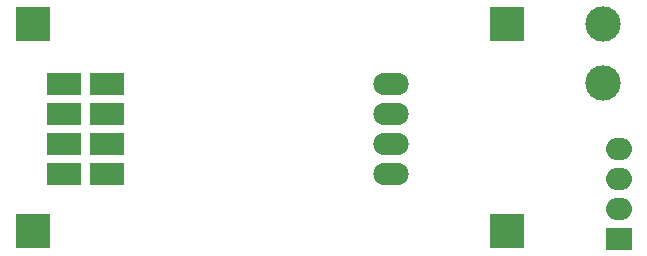
<source format=gts>
G04 Layer: TopSolderMaskLayer*
G04 EasyEDA v6.5.38, 2023-11-23 17:22:46*
G04 1afb102ce3c94d729b8c5533a6be374a,15c74d7bfa284007874df21313af148a,10*
G04 Gerber Generator version 0.2*
G04 Scale: 100 percent, Rotated: No, Reflected: No *
G04 Dimensions in millimeters *
G04 leading zeros omitted , absolute positions ,4 integer and 5 decimal *
%FSLAX45Y45*%
%MOMM*%

%AMMACRO1*4,1,4,1.45,-0.9,-1.45,-0.9,-1.45,0.9,1.45,0.9,1.45,-0.9,0*%
%AMMACRO2*4,1,4,1.4501,-0.9,-1.4501,-0.9,-1.4501,0.9,1.4501,0.9,1.4501,-0.9,0*%
%ADD10R,3.0000X3.0000*%
%ADD11R,2.2000X1.9000*%
%ADD12O,2.1999956000000003X1.8999962*%
%ADD13C,3.0000*%
%ADD14MACRO1*%
%ADD15MACRO2*%
%ADD16O,2.999994X1.8999962*%

%LPD*%
D10*
G01*
X4306592Y323697D03*
G01*
X4306592Y2076297D03*
G01*
X293392Y323697D03*
G01*
X293392Y2076297D03*
D11*
G01*
X5249999Y259003D03*
D12*
G01*
X5249999Y513003D03*
G01*
X5249999Y767003D03*
G01*
X5249999Y1021003D03*
D13*
G01*
X5120027Y2080437D03*
G01*
X5120027Y1579549D03*
D14*
G01*
X914994Y809993D03*
G01*
X914994Y1063993D03*
G01*
X914994Y1317993D03*
G01*
X914994Y1571993D03*
D15*
G01*
X550999Y1571993D03*
G01*
X550999Y1317993D03*
G01*
X550999Y1063993D03*
G01*
X550999Y809993D03*
D16*
G01*
X3323993Y804011D03*
G01*
X3323993Y1058011D03*
G01*
X3323993Y1312011D03*
G01*
X3323993Y1566011D03*
M02*

</source>
